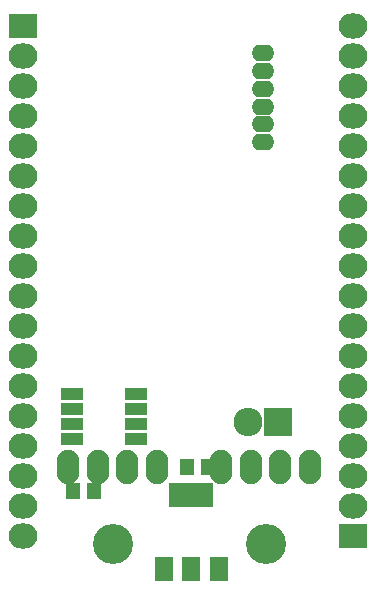
<source format=gbr>
G04 #@! TF.FileFunction,Soldermask,Bot*
%FSLAX46Y46*%
G04 Gerber Fmt 4.6, Leading zero omitted, Abs format (unit mm)*
G04 Created by KiCad (PCBNEW 4.0.3-stable) date 09/20/16 19:37:07*
%MOMM*%
%LPD*%
G01*
G04 APERTURE LIST*
%ADD10C,0.100000*%
%ADD11R,1.600000X2.100000*%
%ADD12R,3.700000X2.100000*%
%ADD13R,1.200000X1.400000*%
%ADD14O,1.900000X2.900000*%
%ADD15C,3.400000*%
%ADD16R,1.950000X1.000000*%
%ADD17O,1.924000X1.400000*%
%ADD18R,2.432000X2.127200*%
%ADD19O,2.432000X2.127200*%
%ADD20R,2.432000X2.432000*%
%ADD21O,2.432000X2.432000*%
G04 APERTURE END LIST*
D10*
D11*
X19064000Y-48514000D03*
X16764000Y-48514000D03*
X14464000Y-48514000D03*
D12*
X16764000Y-42214000D03*
D13*
X8520000Y-41910000D03*
X6720000Y-41910000D03*
X16372000Y-39878000D03*
X18172000Y-39878000D03*
D14*
X6350000Y-39878000D03*
X8850000Y-39878000D03*
X11350000Y-39878000D03*
X13850000Y-39878000D03*
D15*
X10100000Y-46378000D03*
D14*
X19304000Y-39878000D03*
X21804000Y-39878000D03*
X24304000Y-39878000D03*
X26804000Y-39878000D03*
D15*
X23054000Y-46378000D03*
D16*
X6698000Y-37465000D03*
X6698000Y-36195000D03*
X6698000Y-34925000D03*
X6698000Y-33655000D03*
X12098000Y-33655000D03*
X12098000Y-34925000D03*
X12098000Y-36195000D03*
X12098000Y-37465000D03*
D17*
X22860000Y-4826000D03*
X22860000Y-6326000D03*
X22860000Y-7826000D03*
X22860000Y-9326000D03*
X22860000Y-10826000D03*
X22860000Y-12326000D03*
D18*
X2540000Y-2540000D03*
D19*
X2540000Y-5080000D03*
X2540000Y-7620000D03*
X2540000Y-10160000D03*
X2540000Y-12700000D03*
X2540000Y-15240000D03*
X2540000Y-17780000D03*
X2540000Y-20320000D03*
X2540000Y-22860000D03*
X2540000Y-25400000D03*
X2540000Y-27940000D03*
X2540000Y-30480000D03*
X2540000Y-33020000D03*
X2540000Y-35560000D03*
X2540000Y-38100000D03*
X2540000Y-40640000D03*
X2540000Y-43180000D03*
X2540000Y-45720000D03*
D18*
X30480000Y-45720000D03*
D19*
X30480000Y-43180000D03*
X30480000Y-40640000D03*
X30480000Y-38100000D03*
X30480000Y-35560000D03*
X30480000Y-33020000D03*
X30480000Y-30480000D03*
X30480000Y-27940000D03*
X30480000Y-25400000D03*
X30480000Y-22860000D03*
X30480000Y-20320000D03*
X30480000Y-17780000D03*
X30480000Y-15240000D03*
X30480000Y-12700000D03*
X30480000Y-10160000D03*
X30480000Y-7620000D03*
X30480000Y-5080000D03*
X30480000Y-2540000D03*
D20*
X24130000Y-36068000D03*
D21*
X21590000Y-36068000D03*
M02*

</source>
